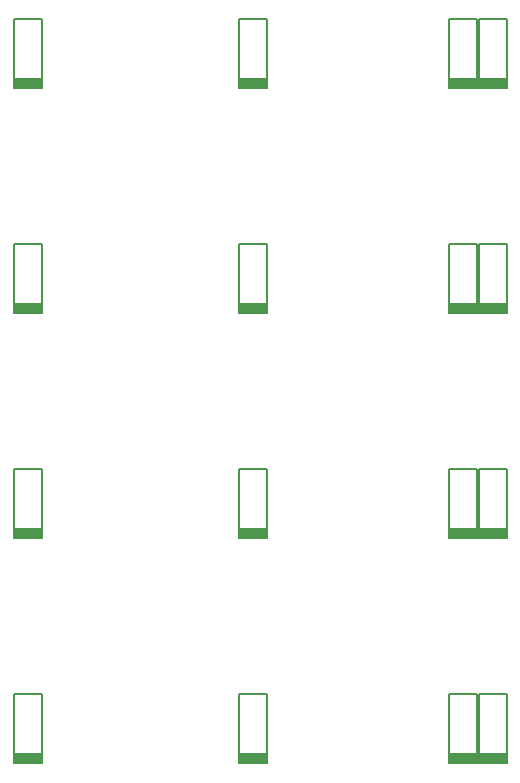
<source format=gbr>
G04 #@! TF.GenerationSoftware,KiCad,Pcbnew,(5.0.0)*
G04 #@! TF.CreationDate,2018-10-05T17:44:57-06:00*
G04 #@! TF.ProjectId,4x4_backpack,3478345F6261636B7061636B2E6B6963,rev?*
G04 #@! TF.SameCoordinates,Original*
G04 #@! TF.FileFunction,Legend,Bot*
G04 #@! TF.FilePolarity,Positive*
%FSLAX46Y46*%
G04 Gerber Fmt 4.6, Leading zero omitted, Abs format (unit mm)*
G04 Created by KiCad (PCBNEW (5.0.0)) date 10/05/18 17:44:57*
%MOMM*%
%LPD*%
G01*
G04 APERTURE LIST*
%ADD10C,0.200000*%
G04 APERTURE END LIST*
D10*
G04 #@! TO.C,D1*
X94050000Y-88635000D02*
X96450000Y-88635000D01*
X94050000Y-88810000D02*
X96450000Y-88810000D01*
X94050000Y-88985000D02*
X96450000Y-88985000D01*
X96450000Y-89385000D02*
X94050000Y-89385000D01*
X94050000Y-89160000D02*
X96450000Y-89160000D01*
X94050000Y-89285000D02*
X96450000Y-89285000D01*
X94050000Y-89360000D02*
X94050000Y-83560000D01*
X94050000Y-83560000D02*
X96450000Y-83560000D01*
X96450000Y-83560000D02*
X96450000Y-89360000D01*
G04 #@! TO.C,D2*
X113100000Y-88635000D02*
X115500000Y-88635000D01*
X113100000Y-88810000D02*
X115500000Y-88810000D01*
X113100000Y-88985000D02*
X115500000Y-88985000D01*
X115500000Y-89385000D02*
X113100000Y-89385000D01*
X113100000Y-89160000D02*
X115500000Y-89160000D01*
X113100000Y-89285000D02*
X115500000Y-89285000D01*
X113100000Y-89360000D02*
X113100000Y-83560000D01*
X113100000Y-83560000D02*
X115500000Y-83560000D01*
X115500000Y-83560000D02*
X115500000Y-89360000D01*
G04 #@! TO.C,D3*
X133280000Y-83560000D02*
X133280000Y-89360000D01*
X130880000Y-83560000D02*
X133280000Y-83560000D01*
X130880000Y-89360000D02*
X130880000Y-83560000D01*
X130880000Y-89285000D02*
X133280000Y-89285000D01*
X130880000Y-89160000D02*
X133280000Y-89160000D01*
X133280000Y-89385000D02*
X130880000Y-89385000D01*
X130880000Y-88985000D02*
X133280000Y-88985000D01*
X130880000Y-88810000D02*
X133280000Y-88810000D01*
X130880000Y-88635000D02*
X133280000Y-88635000D01*
G04 #@! TO.C,D4*
X135820000Y-83560000D02*
X135820000Y-89360000D01*
X133420000Y-83560000D02*
X135820000Y-83560000D01*
X133420000Y-89360000D02*
X133420000Y-83560000D01*
X133420000Y-89285000D02*
X135820000Y-89285000D01*
X133420000Y-89160000D02*
X135820000Y-89160000D01*
X135820000Y-89385000D02*
X133420000Y-89385000D01*
X133420000Y-88985000D02*
X135820000Y-88985000D01*
X133420000Y-88810000D02*
X135820000Y-88810000D01*
X133420000Y-88635000D02*
X135820000Y-88635000D01*
G04 #@! TO.C,D5*
X94050000Y-107685000D02*
X96450000Y-107685000D01*
X94050000Y-107860000D02*
X96450000Y-107860000D01*
X94050000Y-108035000D02*
X96450000Y-108035000D01*
X96450000Y-108435000D02*
X94050000Y-108435000D01*
X94050000Y-108210000D02*
X96450000Y-108210000D01*
X94050000Y-108335000D02*
X96450000Y-108335000D01*
X94050000Y-108410000D02*
X94050000Y-102610000D01*
X94050000Y-102610000D02*
X96450000Y-102610000D01*
X96450000Y-102610000D02*
X96450000Y-108410000D01*
G04 #@! TO.C,D6*
X115500000Y-102610000D02*
X115500000Y-108410000D01*
X113100000Y-102610000D02*
X115500000Y-102610000D01*
X113100000Y-108410000D02*
X113100000Y-102610000D01*
X113100000Y-108335000D02*
X115500000Y-108335000D01*
X113100000Y-108210000D02*
X115500000Y-108210000D01*
X115500000Y-108435000D02*
X113100000Y-108435000D01*
X113100000Y-108035000D02*
X115500000Y-108035000D01*
X113100000Y-107860000D02*
X115500000Y-107860000D01*
X113100000Y-107685000D02*
X115500000Y-107685000D01*
G04 #@! TO.C,D7*
X130880000Y-107685000D02*
X133280000Y-107685000D01*
X130880000Y-107860000D02*
X133280000Y-107860000D01*
X130880000Y-108035000D02*
X133280000Y-108035000D01*
X133280000Y-108435000D02*
X130880000Y-108435000D01*
X130880000Y-108210000D02*
X133280000Y-108210000D01*
X130880000Y-108335000D02*
X133280000Y-108335000D01*
X130880000Y-108410000D02*
X130880000Y-102610000D01*
X130880000Y-102610000D02*
X133280000Y-102610000D01*
X133280000Y-102610000D02*
X133280000Y-108410000D01*
G04 #@! TO.C,D8*
X135820000Y-102610000D02*
X135820000Y-108410000D01*
X133420000Y-102610000D02*
X135820000Y-102610000D01*
X133420000Y-108410000D02*
X133420000Y-102610000D01*
X133420000Y-108335000D02*
X135820000Y-108335000D01*
X133420000Y-108210000D02*
X135820000Y-108210000D01*
X135820000Y-108435000D02*
X133420000Y-108435000D01*
X133420000Y-108035000D02*
X135820000Y-108035000D01*
X133420000Y-107860000D02*
X135820000Y-107860000D01*
X133420000Y-107685000D02*
X135820000Y-107685000D01*
G04 #@! TO.C,D9*
X96450000Y-121660000D02*
X96450000Y-127460000D01*
X94050000Y-121660000D02*
X96450000Y-121660000D01*
X94050000Y-127460000D02*
X94050000Y-121660000D01*
X94050000Y-127385000D02*
X96450000Y-127385000D01*
X94050000Y-127260000D02*
X96450000Y-127260000D01*
X96450000Y-127485000D02*
X94050000Y-127485000D01*
X94050000Y-127085000D02*
X96450000Y-127085000D01*
X94050000Y-126910000D02*
X96450000Y-126910000D01*
X94050000Y-126735000D02*
X96450000Y-126735000D01*
G04 #@! TO.C,D10*
X113100000Y-126735000D02*
X115500000Y-126735000D01*
X113100000Y-126910000D02*
X115500000Y-126910000D01*
X113100000Y-127085000D02*
X115500000Y-127085000D01*
X115500000Y-127485000D02*
X113100000Y-127485000D01*
X113100000Y-127260000D02*
X115500000Y-127260000D01*
X113100000Y-127385000D02*
X115500000Y-127385000D01*
X113100000Y-127460000D02*
X113100000Y-121660000D01*
X113100000Y-121660000D02*
X115500000Y-121660000D01*
X115500000Y-121660000D02*
X115500000Y-127460000D01*
G04 #@! TO.C,D11*
X133280000Y-121660000D02*
X133280000Y-127460000D01*
X130880000Y-121660000D02*
X133280000Y-121660000D01*
X130880000Y-127460000D02*
X130880000Y-121660000D01*
X130880000Y-127385000D02*
X133280000Y-127385000D01*
X130880000Y-127260000D02*
X133280000Y-127260000D01*
X133280000Y-127485000D02*
X130880000Y-127485000D01*
X130880000Y-127085000D02*
X133280000Y-127085000D01*
X130880000Y-126910000D02*
X133280000Y-126910000D01*
X130880000Y-126735000D02*
X133280000Y-126735000D01*
G04 #@! TO.C,D12*
X133420000Y-126735000D02*
X135820000Y-126735000D01*
X133420000Y-126910000D02*
X135820000Y-126910000D01*
X133420000Y-127085000D02*
X135820000Y-127085000D01*
X135820000Y-127485000D02*
X133420000Y-127485000D01*
X133420000Y-127260000D02*
X135820000Y-127260000D01*
X133420000Y-127385000D02*
X135820000Y-127385000D01*
X133420000Y-127460000D02*
X133420000Y-121660000D01*
X133420000Y-121660000D02*
X135820000Y-121660000D01*
X135820000Y-121660000D02*
X135820000Y-127460000D01*
G04 #@! TO.C,D13*
X94050000Y-145785000D02*
X96450000Y-145785000D01*
X94050000Y-145960000D02*
X96450000Y-145960000D01*
X94050000Y-146135000D02*
X96450000Y-146135000D01*
X96450000Y-146535000D02*
X94050000Y-146535000D01*
X94050000Y-146310000D02*
X96450000Y-146310000D01*
X94050000Y-146435000D02*
X96450000Y-146435000D01*
X94050000Y-146510000D02*
X94050000Y-140710000D01*
X94050000Y-140710000D02*
X96450000Y-140710000D01*
X96450000Y-140710000D02*
X96450000Y-146510000D01*
G04 #@! TO.C,D14*
X115500000Y-140710000D02*
X115500000Y-146510000D01*
X113100000Y-140710000D02*
X115500000Y-140710000D01*
X113100000Y-146510000D02*
X113100000Y-140710000D01*
X113100000Y-146435000D02*
X115500000Y-146435000D01*
X113100000Y-146310000D02*
X115500000Y-146310000D01*
X115500000Y-146535000D02*
X113100000Y-146535000D01*
X113100000Y-146135000D02*
X115500000Y-146135000D01*
X113100000Y-145960000D02*
X115500000Y-145960000D01*
X113100000Y-145785000D02*
X115500000Y-145785000D01*
G04 #@! TO.C,D15*
X133280000Y-140710000D02*
X133280000Y-146510000D01*
X130880000Y-140710000D02*
X133280000Y-140710000D01*
X130880000Y-146510000D02*
X130880000Y-140710000D01*
X130880000Y-146435000D02*
X133280000Y-146435000D01*
X130880000Y-146310000D02*
X133280000Y-146310000D01*
X133280000Y-146535000D02*
X130880000Y-146535000D01*
X130880000Y-146135000D02*
X133280000Y-146135000D01*
X130880000Y-145960000D02*
X133280000Y-145960000D01*
X130880000Y-145785000D02*
X133280000Y-145785000D01*
G04 #@! TO.C,D16*
X133420000Y-145785000D02*
X135820000Y-145785000D01*
X133420000Y-145960000D02*
X135820000Y-145960000D01*
X133420000Y-146135000D02*
X135820000Y-146135000D01*
X135820000Y-146535000D02*
X133420000Y-146535000D01*
X133420000Y-146310000D02*
X135820000Y-146310000D01*
X133420000Y-146435000D02*
X135820000Y-146435000D01*
X133420000Y-146510000D02*
X133420000Y-140710000D01*
X133420000Y-140710000D02*
X135820000Y-140710000D01*
X135820000Y-140710000D02*
X135820000Y-146510000D01*
G04 #@! TD*
M02*

</source>
